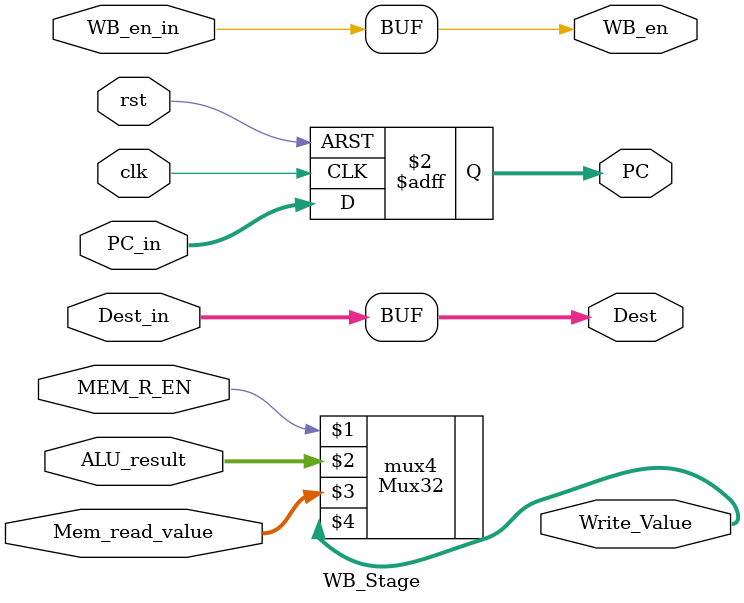
<source format=v>
module WB_Stage
  (
    input clk,
    input rst,
    input WB_en_in,
    input MEM_R_EN,
    input[31:0] ALU_result,
    input[31:0] Mem_read_value,
    input[4:0] Dest_in,
    input[31:0] PC_in,

    output  WB_en,
    output[31:0]  Write_Value,
    output[4:0] Dest,
    output reg[31:0] PC
  );

  Mux32 mux4(MEM_R_EN, ALU_result, Mem_read_value, Write_Value);
  assign Dest = Dest_in;
  assign WB_en = WB_en_in;

  always @(posedge clk, posedge rst)
    begin
      if(rst)
        begin
          PC <= 32'b0;
        end
      else
        begin
          PC <= PC_in;
        end
    end

endmodule

</source>
